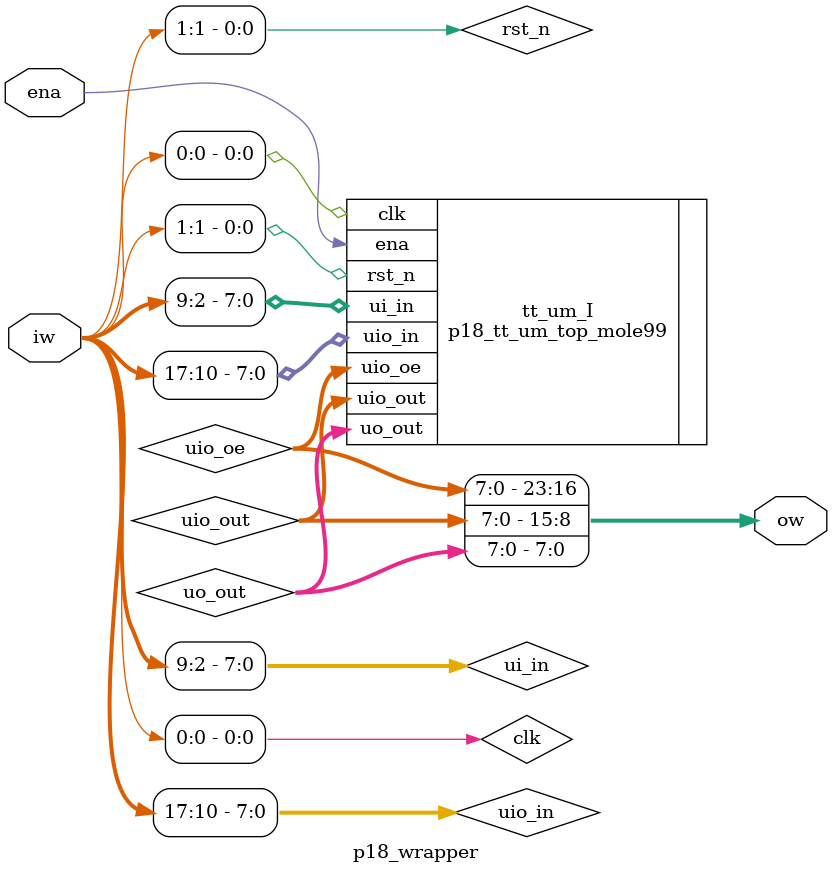
<source format=v>
`default_nettype none

module p18_wrapper (
  input wire ena,
  input wire [17:0] iw,
  output wire [23:0] ow
);

wire [7:0] uio_in;
wire [7:0] uio_out;
wire [7:0] uio_oe;
wire [7:0] uo_out;
wire [7:0] ui_in;
wire clk;
wire rst_n;

assign { uio_in, ui_in, rst_n, clk} = iw;
assign ow = { uio_oe, uio_out, uo_out };

p18_tt_um_top_mole99 tt_um_I (
  .uio_in  (uio_in),
  .uio_out (uio_out),
  .uio_oe  (uio_oe),
  .uo_out  (uo_out),
  .ui_in   (ui_in),
  .ena     (ena),
  .clk     (clk),
  .rst_n   (rst_n)
);

endmodule

</source>
